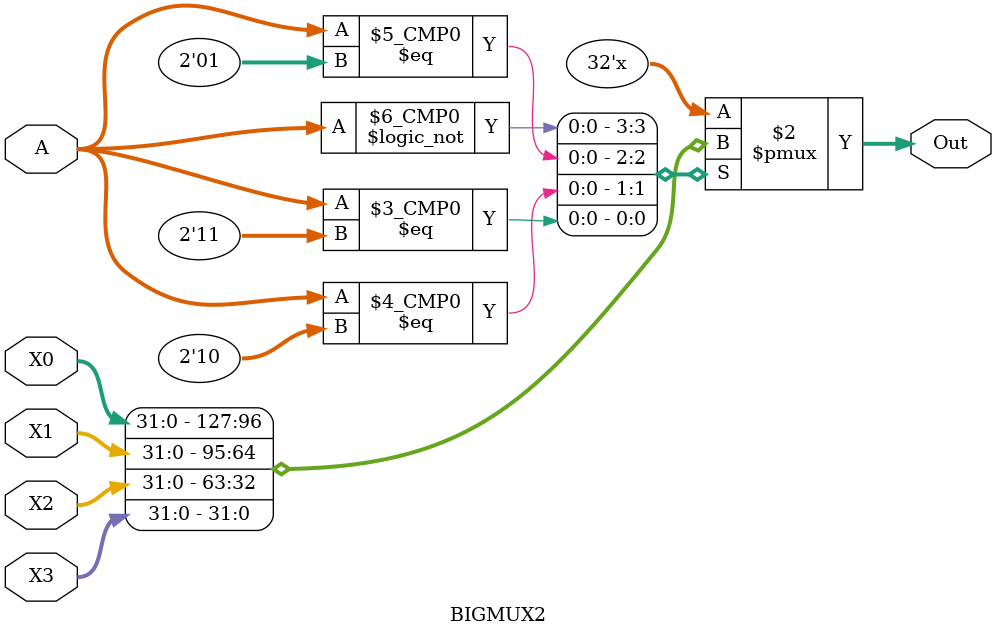
<source format=v>
/*
5 Stage Single MIPS Processor 
Created By : ASU_3rd_Year_Student
Team Member :
1- Verina Alber
	Instruction Memory 
2- Marina Saad
	Registers File
3- Mina Magdy
	ControlUnit
4- Mina Mourice
	ALU 
	ALUControl
5- Hnaa Adel
	MUX
*/


/*
---------------------------------------------------------------------------------------------------------------------------------
Instruction Memory
Verina Alber
---------------------------------------------------------------------------------------------------------------------------------

*/


`ifndef _alu_control
`define _alu_control
module InstructMem(PC,Inst); 
    input [31:0] PC; 
    output [31:0] Inst; 
     
    reg [31:0] regfile[32:0];//32 32-bit register 
     initial

	begin

	$readmemb("Instructions.txt",regfile,0,31);
	//#1
//	$display("%b",regfile[40]);

	end
    assign Inst = regfile[PC]; //assigns output to instruction 
     
endmodule 
/*

module InstructMem(PC,Inst); 
    input [31:0] PC; 
    output [31:0] Inst; 
     
    reg [31:0] regfile[199:0];//32 32-bit register 
     always@(PC)

	begin

	$readmemb("Instructions.txt",regfile);
	//#1
//	$display("%b",regfile[40]);

	end

    assign Inst = regfile[PC]; //assigns output to instruction 
     
endmodule */
/*
module TEST_instru ;

reg   [31:0]  Read_address;

wire 	[31:0] 	Instruction;
reg clk=0;

InstructMem test(Read_address,Instruction);



initial

begin

  $monitor("%d %b " ,Read_address,Instruction);
#20
Read_address <=40 ;
#20
Read_address <=50 ;
#20
Read_address <=60 ;
end
always
begin
#10 clk = ~clk;
end

endmodule
*/

/*
---------------------------------------------------------------------------------------------------------------------------------
Register File
Marina Saad
---------------------------------------------------------------------------------------------------------------------------------

*/



module Registers(clock,WE,InData,WrReg,ReadA,ReadB,OutA,OutB); 
    input [4:0] WrReg, ReadA, ReadB; 
    input WE,clock; 
    input [31:0] InData; 
    output [31:0] OutA,OutB; 
     
    reg [31:0] OutA, OutB;//2 32-bit output reg 
    reg [31:0] regfile[511:0];//32 32-bit registers 
     
    initial begin 
        OutA = -20572; //random values for initial 
        OutB = -398567; 
    end 
     
    always@(clock,InData,WrReg,WE) 
    begin 
      if(WE && clock) 
        begin 
         regfile[WrReg]<=InData;//write to register 
         $display("Does WrReg: %d Data: %d",WrReg,InData); 
        end 

    end 
     
    always @ (clock,ReadA,ReadB,WrReg) 
    begin 
        if(~clock) 
        begin 
      OutA <= regfile[ReadA];//read values from registers 
      OutB <= regfile[ReadB]; 
      $monitor  ("R0:  %d  R1:  %d  R2:  %d \nR3:  %d  R4:  %d  R5:  %d \nR6:  %d  R7:  %d  R8:  %d \nR9:  %d  R10:  %d R11:  %d \nR12:  %d  R13:  %d  R14:  %d \nR15:  %d  R16:  %d  R17:  %d \nR18:  %d  R19:  %d  R20:  %d \nR21:  %d  R22:  %d  R23:  %d \nR24:  %d  R25:  %d  R26:  %d \nR27:  %d  R28:  %d  R29:  %d \nR30:  %d R31:  %d\n",
regfile[0],regfile[1],regfile[2],regfile[3],regfile[4],regfile[5],regfile[6],regfile[7],regfile[8],regfile[9],regfile[10]
,regfile[11],regfile[12],regfile[13],regfile[14],regfile[15],regfile[16],regfile[17],regfile[18],regfile[19],regfile[20]
,regfile[21],regfile[22],regfile[23],regfile[24],regfile[25],regfile[26],regfile[27],regfile[28],regfile[29],regfile[30],regfile[31]); 
      end 
    end 
 
 
endmodule 



/*
---------------------------------------------------------------------------------------------------------------------------------
ALU
Mina Magdy
---------------------------------------------------------------------------------------------------------------------------------

*/

module ALU(ALUCon,DataA,DataB,Result); 
    input [3:0] ALUCon; 
    input [31:0] DataA,DataB; 
    output [31:0] Result; 
     
    reg [31:0] Result; 
    reg Zero; 
     
    initial begin 
        Result = 32'd0; 
    end 
 
    always@(ALUCon,DataA,DataB) 
    begin  
      case(ALUCon) 
          4'b0000://and 
		Result <= DataA&DataB;
          4'b0001://or 
             	Result <= DataA|DataB; 
          4'b0010://add 
              	Result <= DataA+DataB; 
          4'b0011://multiply 
             	Result <= DataA*DataB; 
          4'b0100://nor 
		Result <= ~(DataA|DataB);
          4'b0101://divide 
		Result <= DataA/DataB; 
          4'b0110://sub 
		Result <= DataA-DataB; 
          4'b0111://slt 
		Result = DataA<DataB ? 1:0; 
          4'b1000://sll 
		Result <= (DataA<<DataB); 
          4'b0110://srl 
		Result <= (DataA>>DataB);     

          default: //error 
          begin 
              $display("ALUERROR"); 
              Result = 0; 
          end 
           
      endcase 
	$display("Result=%d",Result); 
    end 
 
endmodule 



/*
---------------------------------------------------------------------------------------------------------------------------------
ALU Control
Mina Mourice
---------------------------------------------------------------------------------------------------------------------------------

*/

module ALUControl(andi,ori,addi,ALUOp,funct,ALUCon); 
    input [1:0] ALUOp; 
    input [5:0] funct; 
    input andi,ori,addi; 
    output [3:0] ALUCon; 
     
    reg [3:0] ALUCon; 
     
    always@(ALUOp or funct or andi or ori or addi) 
    begin 
      case(ALUOp) 
        2'b00://lw or sw 
           ALUCon = 4'b0010; 
         
        2'b01://beq 
           ALUCon = 4'b0110; 
         
        2'b10://R-type 
        begin 
           if(funct==6'b100100) 
              ALUCon = 4'b0000;//and 
           if(funct==6'b100101) 
              ALUCon = 4'b0001;//or 
           if(funct==6'b100000) 
              ALUCon = 4'b0010;//add 
           if(funct==6'b011000) 
              ALUCon = 4'b0011;//multi 
           if(funct==6'b100111) 
              ALUCon = 4'b0100;//nor 
           if(funct==6'b011010) 
              ALUCon = 4'b0101;//div 
           if(funct==6'b100010) 
              ALUCon = 4'b0110;//sub 
           if(funct==6'b101010) 
              ALUCon = 4'b0111;//slt 
        end 
      2'b11://immediate 
      begin 
          if(andi)begin 
             ALUCon = 4'b0000;//andi 
         end 
          if(ori) begin 
             ALUCon = 4'b0001;//ori 
         end 
          if(addi) 
             ALUCon = 4'b0010;//addi 
      end 
    endcase 
    end 
 
         
     
endmodule 


/*
---------------------------------------------------------------------------------------------------------------------------------
Control Unit For Single & Pipelined
Mina Mourice
---------------------------------------------------------------------------------------------------------------------------------

*/





module Control(Op,Out,j,bne,imm,andi,ori,addi); 
   input [5:0] Op; 
   output[8:0] Out; 
   output j,bne,imm,andi,ori,addi; 
    
   wire regdst,alusrc,memtoreg,regwrite,memread,memwrite,branch; 
    
   //determines type of instruction 
   wire r = ~Op[5]&~Op[4]&~Op[3]&~Op[2]&~Op[1]&~Op[0]; 
  wire lw = Op[5]&~Op[4]&~Op[3]&~Op[2]&Op[1]&Op[0]; 
  wire sw = Op[5]&~Op[4]&Op[3]&~Op[2]&Op[1]&Op[0]; 
  wire beq = ~Op[5]&~Op[4]&~Op[3]&Op[2]&~Op[1]&~Op[0]; 
  wire bne = ~Op[5]&~Op[4]&~Op[3]&Op[2]&~Op[1]&Op[0]; 
  wire j = ~Op[5]&~Op[4]&~Op[3]&~Op[2]&Op[1]&~Op[0]; 
   wire andi = ~Op[5]&~Op[4]&Op[3]&Op[2]&~Op[1]&~Op[0]; 
   wire ori = ~Op[5]&~Op[4]&Op[3]&Op[2]&~Op[1]&Op[0]; 
   wire addi = ~Op[5]&~Op[4]&Op[3]&~Op[2]&~Op[1]&~Op[0]; 
   wire imm = andi|ori|addi; //immediate value type 
    
   //seperate control arrays for reference 
   wire [3:0] EXE; 
   wire [2:0] M; 
   wire [1:0] WB; 
    
  // microcode control 
       assign regdst = r; 
  assign alusrc = lw|sw|imm; 
  assign memtoreg = lw; 
  assign regwrite = r|lw|imm; 
  assign memread = lw; 
  assign memwrite = sw; 
  assign branch = beq; 
   
  // EXE control 
  assign EXE[3] = regdst; 
  assign EXE[2] = alusrc; 
  assign EXE[1] = r; 
  assign EXE[0] = beq; 
       
  //M control 
  assign M[2] = branch; 
  assign M[1] = memread; 
  assign M[0] = memwrite; 
   
  //WB control 
  assign WB[1] = memtoreg; //not same as diagram 
  assign WB[0] = regwrite; 
   
  //output control 
  assign Out[8:7] = WB; 
  assign Out[6:4] = M; 
  assign Out[3:0] = EXE; 
   
endmodule 
 
 
/*
---------------------------------------------------------------------------------------------------------------------------------
Data Memory
Hanaa Adel
---------------------------------------------------------------------------------------------------------------------------------

*/


module DATAMEM(MemWrite,MemRead,Addr,Wdata,Rdata); 
    input [31:0] Addr,Wdata; 
    input MemWrite,MemRead; 
    output [31:0] Rdata; 
     
    reg [31:0] Rdata; 
    reg [31:0] regfile[511:0];//32 32-bit registers 
   
 
    always@(Addr,Wdata,MemWrite,MemRead) 
    if(MemWrite) 
    begin 
      $display("Writing %d -> Addr: %d",Wdata,Addr); 
      regfile[Addr]<=Wdata; //memory write 
    end 
 
    always@(Addr,Wdata,MemWrite,MemRead) 
    if(MemRead) 
      Rdata <= regfile[Addr];//memory read 
 
endmodule 







/*
---------------------------------------------------------------------------------------------------------------------------------
Muliplixer
Hanaa Adel
---------------------------------------------------------------------------------------------------------------------------------

*/


module BIGMUX2(A,X0,X1,X2,X3,Out);//non-clocked mux 
input [1:0] A; 
input [31:0] X3,X2,X1,X0; 
output [31:0] Out; 
 
reg [31:0] Out; 
 
always@(A,X3,X2,X1,X0) 
begin 
  case(A) 
      2'b00: 
        Out <= X0; 
      2'b01: 
        Out <= X1; 
      2'b10: 
        Out <= X2; 
      2'b11: 
        Out <= X3; 
  endcase 
end 
 
endmodule 
 
`endif
</source>
